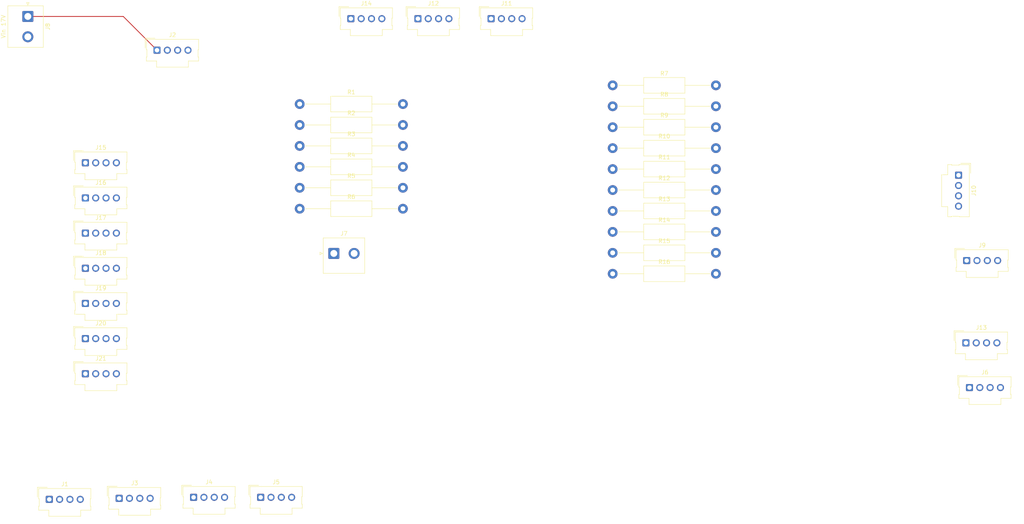
<source format=kicad_pcb>
(kicad_pcb (version 20241229) (generator "pcbnew") (generator_version "9.0")
  (layers (0 "F.Cu" signal) (2 "B.Cu" signal) (13 "F.Paste" user) (15 "B.Paste" user) (5 "F.SilkS" user "F.Silkscreen") (7 "B.SilkS" user "B.Silkscreen") (1 "F.Mask" user) (3 "B.Mask" user) (25 "Edge.Cuts" user))
  (net 0 "")
  (net 3 "Net-(J1-Pin_1)")
  (net 4 "Net-(J2-Pin_1)")
  (net 5 "Net-(J11-Pin_1)")
  (net 6 "Net-(J6-Pin_1)")
  (net 7 "Net-(J6-Pin_3)")
  (net 8 "Net-(J6-Pin_4)")
  (net 9 "Net-(J6-Pin_2)")
  (net 10 "Net-(J9-Pin_2)")
  (net 11 "Net-(J9-Pin_4)")
  (net 12 "Net-(J9-Pin_1)")
  (net 13 "Net-(J9-Pin_3)")
  (net 14 "Net-(J10-Pin_2)")
  (net 15 "Net-(J10-Pin_1)")
  (net 16 "Net-(J10-Pin_4)")
  (net 17 "Net-(J10-Pin_3)")
  (net 18 "Net-(J13-Pin_2)")
  (net 19 "Net-(J13-Pin_4)")
  (net 20 "Net-(J13-Pin_1)")
  (net 21 "Net-(J13-Pin_3)")
  (net 22 "Net-(J15-Pin_4)")
  (net 23 "Net-(J15-Pin_2)")
  (net 24 "Net-(J15-Pin_1)")
  (net 25 "Net-(J17-Pin_1)")
  (footprint "Resistor_THT:R_Axial_DIN0411_L9.9mm_D3.6mm_P25.40mm_Horizontal" (layer "F.Cu") (at 168.6 43.3)
    (property "Reference" "R8" (at 12.7 -2.92 0) (layer "F.SilkS"))
    (property "Value" "R")
    (pad "1" thru_hole circle (at 0 0) (size 2.4 2.4) (drill 1.2) (layers "*.Cu" "*.Mask") (net 8 "Net-(J6-Pin_4)"))
    (pad "2" thru_hole oval (at 25.4 0) (size 2.4 2.4) (drill 1.2) (layers "*.Cu" "*.Mask") (net 3 "Net-(J1-Pin_1)"))
  )
  (footprint "Resistor_THT:R_Axial_DIN0411_L9.9mm_D3.6mm_P25.40mm_Horizontal" (layer "F.Cu") (at 168.6 79.35)
    (property "Reference" "R15" (at 12.7 -2.92 0) (layer "F.SilkS"))
    (property "Value" "R")
    (pad "1" thru_hole circle (at 0 0) (size 2.4 2.4) (drill 1.2) (layers "*.Cu" "*.Mask") (net 12 "Net-(J9-Pin_1)"))
    (pad "2" thru_hole oval (at 25.4 0) (size 2.4 2.4) (drill 1.2) (layers "*.Cu" "*.Mask") (net 19 "Net-(J13-Pin_4)"))
  )
  (footprint "Resistor_THT:R_Axial_DIN0411_L9.9mm_D3.6mm_P25.40mm_Horizontal" (layer "F.Cu") (at 91.6 58.2)
    (property "Reference" "R4" (at 12.7 -2.92 0) (layer "F.SilkS"))
    (property "Value" "R")
    (pad "1" thru_hole circle (at 0 0) (size 2.4 2.4) (drill 1.2) (layers "*.Cu" "*.Mask") (net 6 "Net-(J6-Pin_1)"))
    (pad "2" thru_hole oval (at 25.4 0) (size 2.4 2.4) (drill 1.2) (layers "*.Cu" "*.Mask") (net 3 "Net-(J1-Pin_1)"))
  )
  (footprint "Resistor_THT:R_Axial_DIN0411_L9.9mm_D3.6mm_P25.40mm_Horizontal" (layer "F.Cu") (at 91.6 63.35)
    (property "Reference" "R5" (at 12.7 -2.92 0) (layer "F.SilkS"))
    (property "Value" "R")
    (pad "1" thru_hole circle (at 0 0) (size 2.4 2.4) (drill 1.2) (layers "*.Cu" "*.Mask") (net 9 "Net-(J6-Pin_2)"))
    (pad "2" thru_hole oval (at 25.4 0) (size 2.4 2.4) (drill 1.2) (layers "*.Cu" "*.Mask") (net 3 "Net-(J1-Pin_1)"))
  )
  (footprint "Connector_Molex:Molex_SL_171971-0004_1x04_P2.54mm_Vertical" (layer "F.Cu") (at 56.5 29.5)
    (property "Reference" "J2" (at 3.81 -3.75 0) (layer "F.SilkS"))
    (property "Value" "Main switch + ES 17V")
    (pad "1" thru_hole roundrect (at 0 0) (size 1.74 1.74) (drill 1.09) (layers "*.Cu" "*.Mask") (roundrect_rratio 0.143678) (net 4 "Net-(J2-Pin_1)"))
    (pad "2" thru_hole circle (at 2.54 0) (size 1.74 1.74) (drill 1.09) (layers "*.Cu" "*.Mask") (net 22 "Net-(J15-Pin_4)"))
    (pad "3" thru_hole circle (at 5.08 0) (size 1.74 1.74) (drill 1.09) (layers "*.Cu" "*.Mask") (net 22 "Net-(J15-Pin_4)"))
    (pad "4" thru_hole circle (at 7.62 0) (size 1.74 1.74) (drill 1.09) (layers "*.Cu" "*.Mask") (net 5 "Net-(J11-Pin_1)"))
  )
  (footprint "Resistor_THT:R_Axial_DIN0411_L9.9mm_D3.6mm_P25.40mm_Horizontal" (layer "F.Cu") (at 168.6 58.75)
    (property "Reference" "R11" (at 12.7 -2.92 0) (layer "F.SilkS"))
    (property "Value" "R")
    (pad "1" thru_hole circle (at 0 0) (size 2.4 2.4) (drill 1.2) (layers "*.Cu" "*.Mask") (net 13 "Net-(J9-Pin_3)"))
    (pad "2" thru_hole oval (at 25.4 0) (size 2.4 2.4) (drill 1.2) (layers "*.Cu" "*.Mask") (net 18 "Net-(J13-Pin_2)"))
  )
  (footprint "Connector_Molex:Molex_SL_171971-0004_1x04_P2.54mm_Vertical" (layer "F.Cu") (at 256.38 112.5)
    (property "Reference" "J6" (at 3.81 -3.75 0) (layer "F.SilkS"))
    (property "Value" "Echo Out 1-4")
    (pad "1" thru_hole roundrect (at 0 0) (size 1.74 1.74) (drill 1.09) (layers "*.Cu" "*.Mask") (roundrect_rratio 0.143678) (net 6 "Net-(J6-Pin_1)"))
    (pad "2" thru_hole circle (at 2.54 0) (size 1.74 1.74) (drill 1.09) (layers "*.Cu" "*.Mask") (net 9 "Net-(J6-Pin_2)"))
    (pad "3" thru_hole circle (at 5.08 0) (size 1.74 1.74) (drill 1.09) (layers "*.Cu" "*.Mask") (net 7 "Net-(J6-Pin_3)"))
    (pad "4" thru_hole circle (at 7.62 0) (size 1.74 1.74) (drill 1.09) (layers "*.Cu" "*.Mask") (net 8 "Net-(J6-Pin_4)"))
  )
  (footprint "Connector_Molex:Molex_SL_171971-0004_1x04_P2.54mm_Vertical" (layer "F.Cu") (at 38.88 83.15)
    (property "Reference" "J18" (at 3.81 -3.75 0) (layer "F.SilkS"))
    (property "Value" "5V")
    (pad "1" thru_hole roundrect (at 0 0) (size 1.74 1.74) (drill 1.09) (layers "*.Cu" "*.Mask") (roundrect_rratio 0.143678) (net 25 "Net-(J17-Pin_1)"))
    (pad "2" thru_hole circle (at 2.54 0) (size 1.74 1.74) (drill 1.09) (layers "*.Cu" "*.Mask") (net 25 "Net-(J17-Pin_1)"))
    (pad "3" thru_hole circle (at 5.08 0) (size 1.74 1.74) (drill 1.09) (layers "*.Cu" "*.Mask") (net 25 "Net-(J17-Pin_1)"))
    (pad "4" thru_hole circle (at 7.62 0) (size 1.74 1.74) (drill 1.09) (layers "*.Cu" "*.Mask") (net 25 "Net-(J17-Pin_1)"))
  )
  (footprint "Connector_Molex:Molex_SL_171971-0004_1x04_P2.54mm_Vertical" (layer "F.Cu") (at 255.69 81.25)
    (property "Reference" "J9" (at 3.81 -3.75 0) (layer "F.SilkS"))
    (property "Value" "Pont diviseur Echo In 5-8")
    (pad "1" thru_hole roundrect (at 0 0) (size 1.74 1.74) (drill 1.09) (layers "*.Cu" "*.Mask") (roundrect_rratio 0.143678) (net 12 "Net-(J9-Pin_1)"))
    (pad "2" thru_hole circle (at 2.54 0) (size 1.74 1.74) (drill 1.09) (layers "*.Cu" "*.Mask") (net 10 "Net-(J9-Pin_2)"))
    (pad "3" thru_hole circle (at 5.08 0) (size 1.74 1.74) (drill 1.09) (layers "*.Cu" "*.Mask") (net 13 "Net-(J9-Pin_3)"))
    (pad "4" thru_hole circle (at 7.62 0) (size 1.74 1.74) (drill 1.09) (layers "*.Cu" "*.Mask") (net 11 "Net-(J9-Pin_4)"))
  )
  (footprint "Connector_Molex:Molex_SL_171971-0004_1x04_P2.54mm_Vertical" (layer "F.Cu") (at 38.88 65.85)
    (property "Reference" "J16" (at 3.81 -3.75 0) (layer "F.SilkS"))
    (property "Value" "Raspberry Power")
    (pad "1" thru_hole roundrect (at 0 0) (size 1.74 1.74) (drill 1.09) (layers "*.Cu" "*.Mask") (roundrect_rratio 0.143678) (net 23 "Net-(J15-Pin_2)"))
    (pad "2" thru_hole circle (at 2.54 0) (size 1.74 1.74) (drill 1.09) (layers "*.Cu" "*.Mask") (net 23 "Net-(J15-Pin_2)"))
    (pad "3" thru_hole circle (at 5.08 0) (size 1.74 1.74) (drill 1.09) (layers "*.Cu" "*.Mask") (net 24 "Net-(J15-Pin_1)"))
    (pad "4" thru_hole circle (at 7.62 0) (size 1.74 1.74) (drill 1.09) (layers "*.Cu" "*.Mask") (net 24 "Net-(J15-Pin_1)"))
  )
  (footprint "Connector_Molex:Molex_SL_171971-0004_1x04_P2.54mm_Vertical" (layer "F.Cu") (at 38.88 100.45)
    (property "Reference" "J20" (at 3.81 -3.75 0) (layer "F.SilkS"))
    (property "Value" "5V")
    (pad "1" thru_hole roundrect (at 0 0) (size 1.74 1.74) (drill 1.09) (layers "*.Cu" "*.Mask") (roundrect_rratio 0.143678) (net 25 "Net-(J17-Pin_1)"))
    (pad "2" thru_hole circle (at 2.54 0) (size 1.74 1.74) (drill 1.09) (layers "*.Cu" "*.Mask") (net 25 "Net-(J17-Pin_1)"))
    (pad "3" thru_hole circle (at 5.08 0) (size 1.74 1.74) (drill 1.09) (layers "*.Cu" "*.Mask") (net 25 "Net-(J17-Pin_1)"))
    (pad "4" thru_hole circle (at 7.62 0) (size 1.74 1.74) (drill 1.09) (layers "*.Cu" "*.Mask") (net 25 "Net-(J17-Pin_1)"))
  )
  (footprint "Connector_Molex:Molex_SL_171971-0004_1x04_P2.54mm_Vertical" (layer "F.Cu") (at 47.19 139.75)
    (property "Reference" "J3" (at 3.81 -3.75 0) (layer "F.SilkS"))
    (property "Value" "Ground")
    (pad "1" thru_hole roundrect (at 0 0) (size 1.74 1.74) (drill 1.09) (layers "*.Cu" "*.Mask") (roundrect_rratio 0.143678) (net 3 "Net-(J1-Pin_1)"))
    (pad "2" thru_hole circle (at 2.54 0) (size 1.74 1.74) (drill 1.09) (layers "*.Cu" "*.Mask") (net 3 "Net-(J1-Pin_1)"))
    (pad "3" thru_hole circle (at 5.08 0) (size 1.74 1.74) (drill 1.09) (layers "*.Cu" "*.Mask") (net 3 "Net-(J1-Pin_1)"))
    (pad "4" thru_hole circle (at 7.62 0) (size 1.74 1.74) (drill 1.09) (layers "*.Cu" "*.Mask") (net 3 "Net-(J1-Pin_1)"))
  )
  (footprint "Resistor_THT:R_Axial_DIN0411_L9.9mm_D3.6mm_P25.40mm_Horizontal" (layer "F.Cu") (at 168.6 74.2)
    (property "Reference" "R14" (at 12.7 -2.92 0) (layer "F.SilkS"))
    (property "Value" "R")
    (pad "1" thru_hole circle (at 0 0) (size 2.4 2.4) (drill 1.2) (layers "*.Cu" "*.Mask") (net 21 "Net-(J13-Pin_3)"))
    (pad "2" thru_hole oval (at 25.4 0) (size 2.4 2.4) (drill 1.2) (layers "*.Cu" "*.Mask") (net 3 "Net-(J1-Pin_1)"))
  )
  (footprint "Resistor_THT:R_Axial_DIN0411_L9.9mm_D3.6mm_P25.40mm_Horizontal" (layer "F.Cu") (at 168.6 63.9)
    (property "Reference" "R12" (at 12.7 -2.92 0) (layer "F.SilkS"))
    (property "Value" "R")
    (pad "1" thru_hole circle (at 0 0) (size 2.4 2.4) (drill 1.2) (layers "*.Cu" "*.Mask") (net 18 "Net-(J13-Pin_2)"))
    (pad "2" thru_hole oval (at 25.4 0) (size 2.4 2.4) (drill 1.2) (layers "*.Cu" "*.Mask") (net 3 "Net-(J1-Pin_1)"))
  )
  (footprint "Resistor_THT:R_Axial_DIN0411_L9.9mm_D3.6mm_P25.40mm_Horizontal" (layer "F.Cu") (at 168.6 48.45)
    (property "Reference" "R9" (at 12.7 -2.92 0) (layer "F.SilkS"))
    (property "Value" "R")
    (pad "1" thru_hole circle (at 0 0) (size 2.4 2.4) (drill 1.2) (layers "*.Cu" "*.Mask") (net 11 "Net-(J9-Pin_4)"))
    (pad "2" thru_hole oval (at 25.4 0) (size 2.4 2.4) (drill 1.2) (layers "*.Cu" "*.Mask") (net 20 "Net-(J13-Pin_1)"))
  )
  (footprint "Resistor_THT:R_Axial_DIN0411_L9.9mm_D3.6mm_P25.40mm_Horizontal" (layer "F.Cu") (at 168.6 69.05)
    (property "Reference" "R13" (at 12.7 -2.92 0) (layer "F.SilkS"))
    (property "Value" "R")
    (pad "1" thru_hole circle (at 0 0) (size 2.4 2.4) (drill 1.2) (layers "*.Cu" "*.Mask") (net 10 "Net-(J9-Pin_2)"))
    (pad "2" thru_hole oval (at 25.4 0) (size 2.4 2.4) (drill 1.2) (layers "*.Cu" "*.Mask") (net 21 "Net-(J13-Pin_3)"))
  )
  (footprint "Connector_JST:JST_NV_B02P-NV_1x02_P5.00mm_Vertical" (layer "F.Cu") (at 24.7225 21.2 -90)
    (property "Reference" "J8" (at 2.5 -4.9 90) (layer "F.SilkS"))
    (property "Value" "Vin 17V" (at 2.5 6 90) (layer "F.SilkS"))
    (pad "1" thru_hole roundrect (at 0 0 270) (size 2.7 2.7) (drill 1.7) (layers "*.Cu" "*.Mask") (roundrect_rratio 0.092593) (net 4 "Net-(J2-Pin_1)"))
    (pad "2" thru_hole circle (at 5 0 270) (size 2.7 2.7) (drill 1.7) (layers "*.Cu" "*.Mask") (net 3 "Net-(J1-Pin_1)"))
  )
  (footprint "Connector_Molex:Molex_SL_171971-0004_1x04_P2.54mm_Vertical" (layer "F.Cu") (at 82 139.5)
    (property "Reference" "J5" (at 3.81 -3.75 0) (layer "F.SilkS"))
    (property "Value" "Ground")
    (pad "1" thru_hole roundrect (at 0 0) (size 1.74 1.74) (drill 1.09) (layers "*.Cu" "*.Mask") (roundrect_rratio 0.143678) (net 3 "Net-(J1-Pin_1)"))
    (pad "2" thru_hole circle (at 2.54 0) (size 1.74 1.74) (drill 1.09) (layers "*.Cu" "*.Mask") (net 3 "Net-(J1-Pin_1)"))
    (pad "3" thru_hole circle (at 5.08 0) (size 1.74 1.74) (drill 1.09) (layers "*.Cu" "*.Mask") (net 3 "Net-(J1-Pin_1)"))
    (pad "4" thru_hole circle (at 7.62 0) (size 1.74 1.74) (drill 1.09) (layers "*.Cu" "*.Mask") (net 3 "Net-(J1-Pin_1)"))
  )
  (footprint "Resistor_THT:R_Axial_DIN0411_L9.9mm_D3.6mm_P25.40mm_Horizontal" (layer "F.Cu") (at 91.6 68.5)
    (property "Reference" "R6" (at 12.7 -2.92 0) (layer "F.SilkS"))
    (property "Value" "R")
    (pad "1" thru_hole circle (at 0 0) (size 2.4 2.4) (drill 1.2) (layers "*.Cu" "*.Mask") (net 7 "Net-(J6-Pin_3)"))
    (pad "2" thru_hole oval (at 25.4 0) (size 2.4 2.4) (drill 1.2) (layers "*.Cu" "*.Mask") (net 3 "Net-(J1-Pin_1)"))
  )
  (footprint "Resistor_THT:R_Axial_DIN0411_L9.9mm_D3.6mm_P25.40mm_Horizontal" (layer "F.Cu") (at 91.6 53.05)
    (property "Reference" "R3" (at 12.7 -2.92 0) (layer "F.SilkS"))
    (property "Value" "R")
    (pad "1" thru_hole circle (at 0 0) (size 2.4 2.4) (drill 1.2) (layers "*.Cu" "*.Mask") (net 14 "Net-(J10-Pin_2)"))
    (pad "2" thru_hole oval (at 25.4 0) (size 2.4 2.4) (drill 1.2) (layers "*.Cu" "*.Mask") (net 7 "Net-(J6-Pin_3)"))
  )
  (footprint "Connector_Molex:Molex_SL_171971-0004_1x04_P2.54mm_Vertical" (layer "F.Cu") (at 104.19 21.75)
    (property "Reference" "J14" (at 3.81 -3.75 0) (layer "F.SilkS"))
    (property "Value" "17V")
    (pad "1" thru_hole roundrect (at 0 0) (size 1.74 1.74) (drill 1.09) (layers "*.Cu" "*.Mask") (roundrect_rratio 0.143678) (net 5 "Net-(J11-Pin_1)"))
    (pad "2" thru_hole circle (at 2.54 0) (size 1.74 1.74) (drill 1.09) (layers "*.Cu" "*.Mask") (net 5 "Net-(J11-Pin_1)"))
    (pad "3" thru_hole circle (at 5.08 0) (size 1.74 1.74) (drill 1.09) (layers "*.Cu" "*.Mask") (net 5 "Net-(J11-Pin_1)"))
    (pad "4" thru_hole circle (at 7.62 0) (size 1.74 1.74) (drill 1.09) (layers "*.Cu" "*.Mask") (net 5 "Net-(J11-Pin_1)"))
  )
  (footprint "Resistor_THT:R_Axial_DIN0411_L9.9mm_D3.6mm_P25.40mm_Horizontal" (layer "F.Cu") (at 168.6 84.5)
    (property "Reference" "R16" (at 12.7 -2.92 0) (layer "F.SilkS"))
    (property "Value" "R")
    (pad "1" thru_hole circle (at 0 0) (size 2.4 2.4) (drill 1.2) (layers "*.Cu" "*.Mask") (net 19 "Net-(J13-Pin_4)"))
    (pad "2" thru_hole oval (at 25.4 0) (size 2.4 2.4) (drill 1.2) (layers "*.Cu" "*.Mask") (net 3 "Net-(J1-Pin_1)"))
  )
  (footprint "Connector_Molex:Molex_SL_171971-0004_1x04_P2.54mm_Vertical" (layer "F.Cu") (at 253.69 60.25 -90)
    (property "Reference" "J10" (at 3.81 -3.75 90) (layer "F.SilkS"))
    (property "Value" "Pont diviseur Echo In 1-4")
    (pad "1" thru_hole roundrect (at 0 0 270) (size 1.74 1.74) (drill 1.09) (layers "*.Cu" "*.Mask") (roundrect_rratio 0.143678) (net 15 "Net-(J10-Pin_1)"))
    (pad "2" thru_hole circle (at 2.54 0 270) (size 1.74 1.74) (drill 1.09) (layers "*.Cu" "*.Mask") (net 14 "Net-(J10-Pin_2)"))
    (pad "3" thru_hole circle (at 5.08 0 270) (size 1.74 1.74) (drill 1.09) (layers "*.Cu" "*.Mask") (net 17 "Net-(J10-Pin_3)"))
    (pad "4" thru_hole circle (at 7.62 0 270) (size 1.74 1.74) (drill 1.09) (layers "*.Cu" "*.Mask") (net 16 "Net-(J10-Pin_4)"))
  )
  (footprint "Resistor_THT:R_Axial_DIN0411_L9.9mm_D3.6mm_P25.40mm_Horizontal" (layer "F.Cu") (at 168.6 53.6)
    (property "Reference" "R10" (at 12.7 -2.92 0) (layer "F.SilkS"))
    (property "Value" "R")
    (pad "1" thru_hole circle (at 0 0) (size 2.4 2.4) (drill 1.2) (layers "*.Cu" "*.Mask") (net 20 "Net-(J13-Pin_1)"))
    (pad "2" thru_hole oval (at 25.4 0) (size 2.4 2.4) (drill 1.2) (layers "*.Cu" "*.Mask") (net 3 "Net-(J1-Pin_1)"))
  )
  (footprint "Connector_Molex:Molex_SL_171971-0004_1x04_P2.54mm_Vertical" (layer "F.Cu") (at 138.69 21.75)
    (property "Reference" "J11" (at 3.81 -3.75 0) (layer "F.SilkS"))
    (property "Value" "17V")
    (pad "1" thru_hole roundrect (at 0 0) (size 1.74 1.74) (drill 1.09) (layers "*.Cu" "*.Mask") (roundrect_rratio 0.143678) (net 5 "Net-(J11-Pin_1)"))
    (pad "2" thru_hole circle (at 2.54 0) (size 1.74 1.74) (drill 1.09) (layers "*.Cu" "*.Mask") (net 5 "Net-(J11-Pin_1)"))
    (pad "3" thru_hole circle (at 5.08 0) (size 1.74 1.74) (drill 1.09) (layers "*.Cu" "*.Mask") (net 5 "Net-(J11-Pin_1)"))
    (pad "4" thru_hole circle (at 7.62 0) (size 1.74 1.74) (drill 1.09) (layers "*.Cu" "*.Mask") (net 5 "Net-(J11-Pin_1)"))
  )
  (footprint "Connector_Molex:Molex_SL_171971-0004_1x04_P2.54mm_Vertical" (layer "F.Cu") (at 30 140)
    (property "Reference" "J1" (at 3.81 -3.75 0) (layer "F.SilkS"))
    (property "Value" "Ground")
    (pad "1" thru_hole roundrect (at 0 0) (size 1.74 1.74) (drill 1.09) (layers "*.Cu" "*.Mask") (roundrect_rratio 0.143678) (net 3 "Net-(J1-Pin_1)"))
    (pad "2" thru_hole circle (at 2.54 0) (size 1.74 1.74) (drill 1.09) (layers "*.Cu" "*.Mask") (net 3 "Net-(J1-Pin_1)"))
    (pad "3" thru_hole circle (at 5.08 0) (size 1.74 1.74) (drill 1.09) (layers "*.Cu" "*.Mask") (net 3 "Net-(J1-Pin_1)"))
    (pad "4" thru_hole circle (at 7.62 0) (size 1.74 1.74) (drill 1.09) (layers "*.Cu" "*.Mask") (net 3 "Net-(J1-Pin_1)"))
  )
  (footprint "Connector_Molex:Molex_SL_171971-0004_1x04_P2.54mm_Vertical" (layer "F.Cu") (at 120.69 21.75)
    (property "Reference" "J12" (at 3.81 -3.75 0) (layer "F.SilkS"))
    (property "Value" "17V")
    (pad "1" thru_hole roundrect (at 0 0) (size 1.74 1.74) (drill 1.09) (layers "*.Cu" "*.Mask") (roundrect_rratio 0.143678) (net 5 "Net-(J11-Pin_1)"))
    (pad "2" thru_hole circle (at 2.54 0) (size 1.74 1.74) (drill 1.09) (layers "*.Cu" "*.Mask") (net 5 "Net-(J11-Pin_1)"))
    (pad "3" thru_hole circle (at 5.08 0) (size 1.74 1.74) (drill 1.09) (layers "*.Cu" "*.Mask") (net 5 "Net-(J11-Pin_1)"))
    (pad "4" thru_hole circle (at 7.62 0) (size 1.74 1.74) (drill 1.09) (layers "*.Cu" "*.Mask") (net 5 "Net-(J11-Pin_1)"))
  )
  (footprint "Connector_Molex:Molex_SL_171971-0004_1x04_P2.54mm_Vertical" (layer "F.Cu") (at 38.88 74.5)
    (property "Reference" "J17" (at 3.81 -3.75 0) (layer "F.SilkS"))
    (property "Value" "ES 5V + 5V")
    (pad "1" thru_hole roundrect (at 0 0) (size 1.74 1.74) (drill 1.09) (layers "*.Cu" "*.Mask") (roundrect_rratio 0.143678) (net 25 "Net-(J17-Pin_1)"))
    (pad "2" thru_hole circle (at 2.54 0) (size 1.74 1.74) (drill 1.09) (layers "*.Cu" "*.Mask") (net 25 "Net-(J17-Pin_1)"))
    (pad "3" thru_hole circle (at 5.08 0) (size 1.74 1.74) (drill 1.09) (layers "*.Cu" "*.Mask") (net 25 "Net-(J17-Pin_1)"))
    (pad "4" thru_hole circle (at 7.62 0) (size 1.74 1.74) (drill 1.09) (layers "*.Cu" "*.Mask") (net 23 "Net-(J15-Pin_2)"))
  )
  (footprint "Resistor_THT:R_Axial_DIN0411_L9.9mm_D3.6mm_P25.40mm_Horizontal" (layer "F.Cu") (at 168.6 38.15)
    (property "Reference" "R7" (at 12.7 -2.92 0) (layer "F.SilkS"))
    (property "Value" "R")
    (pad "1" thru_hole circle (at 0 0) (size 2.4 2.4) (drill 1.2) (layers "*.Cu" "*.Mask") (net 15 "Net-(J10-Pin_1)"))
    (pad "2" thru_hole oval (at 25.4 0) (size 2.4 2.4) (drill 1.2) (layers "*.Cu" "*.Mask") (net 8 "Net-(J6-Pin_4)"))
  )
  (footprint "Connector_Molex:Molex_SL_171971-0004_1x04_P2.54mm_Vertical" (layer "F.Cu") (at 38.88 109.1)
    (property "Reference" "J21" (at 3.81 -3.75 0) (layer "F.SilkS"))
    (property "Value" "5V")
    (pad "1" thru_hole roundrect (at 0 0) (size 1.74 1.74) (drill 1.09) (layers "*.Cu" "*.Mask") (roundrect_rratio 0.143678) (net 25 "Net-(J17-Pin_1)"))
    (pad "2" thru_hole circle (at 2.54 0) (size 1.74 1.74) (drill 1.09) (layers "*.Cu" "*.Mask") (net 25 "Net-(J17-Pin_1)"))
    (pad "3" thru_hole circle (at 5.08 0) (size 1.74 1.74) (drill 1.09) (layers "*.Cu" "*.Mask") (net 25 "Net-(J17-Pin_1)"))
    (pad "4" thru_hole circle (at 7.62 0) (size 1.74 1.74) (drill 1.09) (layers "*.Cu" "*.Mask") (net 25 "Net-(J17-Pin_1)"))
  )
  (footprint "Resistor_THT:R_Axial_DIN0411_L9.9mm_D3.6mm_P25.40mm_Horizontal" (layer "F.Cu") (at 91.6 47.9)
    (property "Reference" "R2" (at 12.7 -2.92 0) (layer "F.SilkS"))
    (property "Value" "R")
    (pad "1" thru_hole circle (at 0 0) (size 2.4 2.4) (drill 1.2) (layers "*.Cu" "*.Mask") (net 17 "Net-(J10-Pin_3)"))
    (pad "2" thru_hole oval (at 25.4 0) (size 2.4 2.4) (drill 1.2) (layers "*.Cu" "*.Mask") (net 9 "Net-(J6-Pin_2)"))
  )
  (footprint "Connector_Molex:Molex_SL_171971-0004_1x04_P2.54mm_Vertical" (layer "F.Cu") (at 38.88 91.8)
    (property "Reference" "J19" (at 3.81 -3.75 0) (layer "F.SilkS"))
    (property "Value" "5V")
    (pad "1" thru_hole roundrect (at 0 0) (size 1.74 1.74) (drill 1.09) (layers "*.Cu" "*.Mask") (roundrect_rratio 0.143678) (net 25 "Net-(J17-Pin_1)"))
    (pad "2" thru_hole circle (at 2.54 0) (size 1.74 1.74) (drill 1.09) (layers "*.Cu" "*.Mask") (net 25 "Net-(J17-Pin_1)"))
    (pad "3" thru_hole circle (at 5.08 0) (size 1.74 1.74) (drill 1.09) (layers "*.Cu" "*.Mask") (net 25 "Net-(J17-Pin_1)"))
    (pad "4" thru_hole circle (at 7.62 0) (size 1.74 1.74) (drill 1.09) (layers "*.Cu" "*.Mask") (net 25 "Net-(J17-Pin_1)"))
  )
  (footprint "Connector_JST:JST_NV_B02P-NV_1x02_P5.00mm_Vertical" (layer "F.Cu") (at 100 79.5)
    (property "Reference" "J7" (at 2.5 -4.9 0) (layer "F.SilkS"))
    (property "Value" "Conn_01x02_Pin")
    (pad "1" thru_hole roundrect (at 0 0) (size 2.7 2.7) (drill 1.7) (layers "*.Cu" "*.Mask") (roundrect_rratio 0.092593))
    (pad "2" thru_hole circle (at 5 0) (size 2.7 2.7) (drill 1.7) (layers "*.Cu" "*.Mask"))
  )
  (footprint "Resistor_THT:R_Axial_DIN0411_L9.9mm_D3.6mm_P25.40mm_Horizontal" (layer "F.Cu") (at 91.6 42.75)
    (property "Reference" "R1" (at 12.7 -2.92 0) (layer "F.SilkS"))
    (property "Value" "R")
    (pad "1" thru_hole circle (at 0 0) (size 2.4 2.4) (drill 1.2) (layers "*.Cu" "*.Mask") (net 16 "Net-(J10-Pin_4)"))
    (pad "2" thru_hole oval (at 25.4 0) (size 2.4 2.4) (drill 1.2) (layers "*.Cu" "*.Mask") (net 6 "Net-(J6-Pin_1)"))
  )
  (footprint "Connector_Molex:Molex_SL_171971-0004_1x04_P2.54mm_Vertical" (layer "F.Cu") (at 65.5 139.5)
    (property "Reference" "J4" (at 3.81 -3.75 0) (layer "F.SilkS"))
    (property "Value" "Ground")
    (pad "1" thru_hole roundrect (at 0 0) (size 1.74 1.74) (drill 1.09) (layers "*.Cu" "*.Mask") (roundrect_rratio 0.143678) (net 3 "Net-(J1-Pin_1)"))
    (pad "2" thru_hole circle (at 2.54 0) (size 1.74 1.74) (drill 1.09) (layers "*.Cu" "*.Mask") (net 3 "Net-(J1-Pin_1)"))
    (pad "3" thru_hole circle (at 5.08 0) (size 1.74 1.74) (drill 1.09) (layers "*.Cu" "*.Mask") (net 3 "Net-(J1-Pin_1)"))
    (pad "4" thru_hole circle (at 7.62 0) (size 1.74 1.74) (drill 1.09) (layers "*.Cu" "*.Mask") (net 3 "Net-(J1-Pin_1)"))
  )
  (footprint "Connector_Molex:Molex_SL_171971-0004_1x04_P2.54mm_Vertical" (layer "F.Cu") (at 38.88 57.2)
    (property "Reference" "J15" (at 3.81 -3.75 0) (layer "F.SilkS"))
    (property "Value" "Buck converter  17V/5V")
    (pad "1" thru_hole roundrect (at 0 0) (size 1.74 1.74) (drill 1.09) (layers "*.Cu" "*.Mask") (roundrect_rratio 0.143678) (net 24 "Net-(J15-Pin_1)"))
    (pad "2" thru_hole circle (at 2.54 0) (size 1.74 1.74) (drill 1.09) (layers "*.Cu" "*.Mask") (net 23 "Net-(J15-Pin_2)"))
    (pad "3" thru_hole circle (at 5.08 0) (size 1.74 1.74) (drill 1.09) (layers "*.Cu" "*.Mask") (net 3 "Net-(J1-Pin_1)"))
    (pad "4" thru_hole circle (at 7.62 0) (size 1.74 1.74) (drill 1.09) (layers "*.Cu" "*.Mask") (net 22 "Net-(J15-Pin_4)"))
  )
  (footprint "Connector_Molex:Molex_SL_171971-0004_1x04_P2.54mm_Vertical" (layer "F.Cu") (at 255.5 101.5)
    (property "Reference" "J13" (at 3.81 -3.75 0) (layer "F.SilkS"))
    (property "Value" "Echo Out 5-8")
    (pad "1" thru_hole roundrect (at 0 0) (size 1.74 1.74) (drill 1.09) (layers "*.Cu" "*.Mask") (roundrect_rratio 0.143678) (net 20 "Net-(J13-Pin_1)"))
    (pad "2" thru_hole circle (at 2.54 0) (size 1.74 1.74) (drill 1.09) (layers "*.Cu" "*.Mask") (net 18 "Net-(J13-Pin_2)"))
    (pad "3" thru_hole circle (at 5.08 0) (size 1.74 1.74) (drill 1.09) (layers "*.Cu" "*.Mask") (net 21 "Net-(J13-Pin_3)"))
    (pad "4" thru_hole circle (at 7.62 0) (size 1.74 1.74) (drill 1.09) (layers "*.Cu" "*.Mask") (net 19 "Net-(J13-Pin_4)"))
  )
  (segment (start 24.7225 21.2) (end 48.2 21.2) (width 0.2) (layer "F.Cu") (net 4))
  (segment (start 48.2 21.2) (end 56.5 29.5) (width 0.2) (layer "F.Cu") (net 4))
)
</source>
